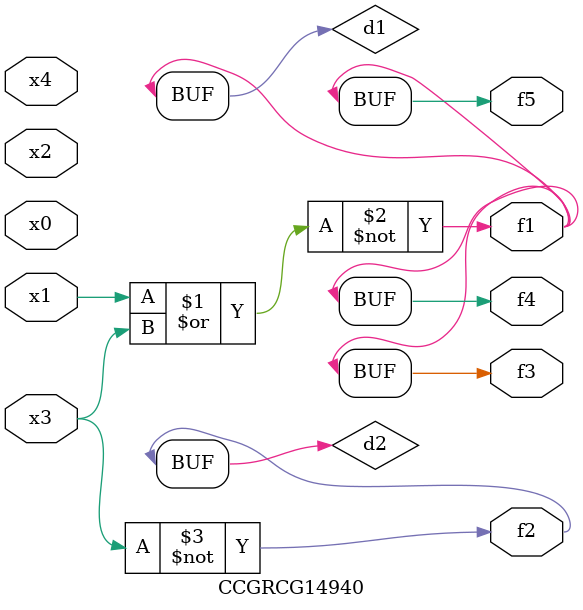
<source format=v>
module CCGRCG14940(
	input x0, x1, x2, x3, x4,
	output f1, f2, f3, f4, f5
);

	wire d1, d2;

	nor (d1, x1, x3);
	not (d2, x3);
	assign f1 = d1;
	assign f2 = d2;
	assign f3 = d1;
	assign f4 = d1;
	assign f5 = d1;
endmodule

</source>
